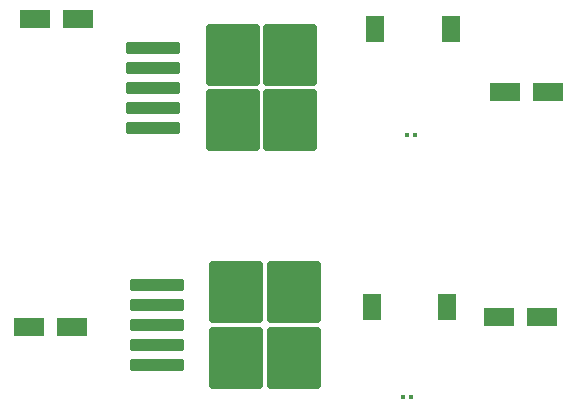
<source format=gbr>
%TF.GenerationSoftware,KiCad,Pcbnew,9.0.0*%
%TF.CreationDate,2025-04-24T17:44:58-04:00*%
%TF.ProjectId,power_systems,706f7765-725f-4737-9973-74656d732e6b,rev?*%
%TF.SameCoordinates,Original*%
%TF.FileFunction,Paste,Top*%
%TF.FilePolarity,Positive*%
%FSLAX46Y46*%
G04 Gerber Fmt 4.6, Leading zero omitted, Abs format (unit mm)*
G04 Created by KiCad (PCBNEW 9.0.0) date 2025-04-24 17:44:58*
%MOMM*%
%LPD*%
G01*
G04 APERTURE LIST*
G04 Aperture macros list*
%AMRoundRect*
0 Rectangle with rounded corners*
0 $1 Rounding radius*
0 $2 $3 $4 $5 $6 $7 $8 $9 X,Y pos of 4 corners*
0 Add a 4 corners polygon primitive as box body*
4,1,4,$2,$3,$4,$5,$6,$7,$8,$9,$2,$3,0*
0 Add four circle primitives for the rounded corners*
1,1,$1+$1,$2,$3*
1,1,$1+$1,$4,$5*
1,1,$1+$1,$6,$7*
1,1,$1+$1,$8,$9*
0 Add four rect primitives between the rounded corners*
20,1,$1+$1,$2,$3,$4,$5,0*
20,1,$1+$1,$4,$5,$6,$7,0*
20,1,$1+$1,$6,$7,$8,$9,0*
20,1,$1+$1,$8,$9,$2,$3,0*%
G04 Aperture macros list end*
%ADD10RoundRect,0.250000X-1.050000X-0.550000X1.050000X-0.550000X1.050000X0.550000X-1.050000X0.550000X0*%
%ADD11RoundRect,0.250000X1.050000X0.550000X-1.050000X0.550000X-1.050000X-0.550000X1.050000X-0.550000X0*%
%ADD12RoundRect,0.250000X-2.025000X-2.375000X2.025000X-2.375000X2.025000X2.375000X-2.025000X2.375000X0*%
%ADD13RoundRect,0.250000X-2.050000X-0.300000X2.050000X-0.300000X2.050000X0.300000X-2.050000X0.300000X0*%
%ADD14RoundRect,0.079500X-0.079500X-0.100500X0.079500X-0.100500X0.079500X0.100500X-0.079500X0.100500X0*%
%ADD15R,1.500000X2.200000*%
G04 APERTURE END LIST*
D10*
%TO.C,C2*%
X76800000Y-47200000D03*
X80400000Y-47200000D03*
%TD*%
%TO.C,C3*%
X76300000Y-66200000D03*
X79900000Y-66200000D03*
%TD*%
D11*
%TO.C,C1*%
X40600000Y-41000000D03*
X37000000Y-41000000D03*
%TD*%
D12*
%TO.C,U2*%
X54050000Y-64125000D03*
X54050000Y-69675000D03*
X58900000Y-64125000D03*
X58900000Y-69675000D03*
D13*
X47325000Y-63500000D03*
X47325000Y-65200000D03*
X47325000Y-66900000D03*
X47325000Y-68600000D03*
X47325000Y-70300000D03*
%TD*%
D10*
%TO.C,C4*%
X36500000Y-67100000D03*
X40100000Y-67100000D03*
%TD*%
D14*
%TO.C,D2*%
X68155000Y-73000000D03*
X68845000Y-73000000D03*
%TD*%
D12*
%TO.C,U1*%
X53725000Y-44025000D03*
X53725000Y-49575000D03*
X58575000Y-44025000D03*
X58575000Y-49575000D03*
D13*
X47000000Y-43400000D03*
X47000000Y-45100000D03*
X47000000Y-46800000D03*
X47000000Y-48500000D03*
X47000000Y-50200000D03*
%TD*%
D15*
%TO.C,L1*%
X65800000Y-41800000D03*
X72200000Y-41800000D03*
%TD*%
%TO.C,L2*%
X65500000Y-65400000D03*
X71900000Y-65400000D03*
%TD*%
D14*
%TO.C,D1*%
X68455000Y-50800000D03*
X69145000Y-50800000D03*
%TD*%
M02*

</source>
